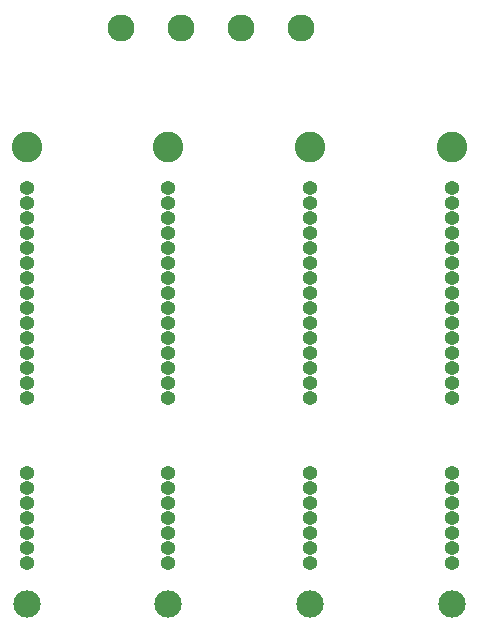
<source format=gbr>
%TF.GenerationSoftware,KiCad,Pcbnew,9.0.0-250-g02b756189b*%
%TF.CreationDate,2025-03-19T23:20:47-05:00*%
%TF.ProjectId,SSDTray,53534454-7261-4792-9e6b-696361645f70,rev?*%
%TF.SameCoordinates,Original*%
%TF.FileFunction,Soldermask,Top*%
%TF.FilePolarity,Negative*%
%FSLAX46Y46*%
G04 Gerber Fmt 4.6, Leading zero omitted, Abs format (unit mm)*
G04 Created by KiCad (PCBNEW 9.0.0-250-g02b756189b) date 2025-03-19 23:20:47*
%MOMM*%
%LPD*%
G01*
G04 APERTURE LIST*
%ADD10C,2.311400*%
%ADD11C,2.590800*%
%ADD12O,1.270000X1.168400*%
%ADD13C,2.286000*%
G04 APERTURE END LIST*
D10*
%TO.C,J2*%
X46000000Y-155289998D03*
D11*
X46000000Y-116560002D03*
D12*
X46000000Y-137830000D03*
X46000000Y-136560000D03*
X46000000Y-135290000D03*
X46000000Y-134020000D03*
X46000000Y-132750000D03*
X46000000Y-131480000D03*
X46000000Y-130210000D03*
X46000000Y-128940000D03*
X46000000Y-127670000D03*
X46000000Y-126400000D03*
X46000000Y-125130000D03*
X46000000Y-123860000D03*
X46000000Y-122590000D03*
X46000000Y-121320000D03*
X46000000Y-120050000D03*
X46000000Y-151800000D03*
X46000000Y-150530000D03*
X46000000Y-149260000D03*
X46000000Y-147990000D03*
X46000000Y-146720000D03*
X46000000Y-145450000D03*
X46000000Y-144180000D03*
%TD*%
D10*
%TO.C,J3*%
X58000000Y-155289998D03*
D11*
X58000000Y-116560002D03*
D12*
X58000000Y-137830000D03*
X58000000Y-136560000D03*
X58000000Y-135290000D03*
X58000000Y-134020000D03*
X58000000Y-132750000D03*
X58000000Y-131480000D03*
X58000000Y-130210000D03*
X58000000Y-128940000D03*
X58000000Y-127670000D03*
X58000000Y-126400000D03*
X58000000Y-125130000D03*
X58000000Y-123860000D03*
X58000000Y-122590000D03*
X58000000Y-121320000D03*
X58000000Y-120050000D03*
X58000000Y-151800000D03*
X58000000Y-150530000D03*
X58000000Y-149260000D03*
X58000000Y-147990000D03*
X58000000Y-146720000D03*
X58000000Y-145450000D03*
X58000000Y-144180000D03*
%TD*%
D10*
%TO.C,J4*%
X70000000Y-155289998D03*
D11*
X70000000Y-116560002D03*
D12*
X70000000Y-137830000D03*
X70000000Y-136560000D03*
X70000000Y-135290000D03*
X70000000Y-134020000D03*
X70000000Y-132750000D03*
X70000000Y-131480000D03*
X70000000Y-130210000D03*
X70000000Y-128940000D03*
X70000000Y-127670000D03*
X70000000Y-126400000D03*
X70000000Y-125130000D03*
X70000000Y-123860000D03*
X70000000Y-122590000D03*
X70000000Y-121320000D03*
X70000000Y-120050000D03*
X70000000Y-151800000D03*
X70000000Y-150530000D03*
X70000000Y-149260000D03*
X70000000Y-147990000D03*
X70000000Y-146720000D03*
X70000000Y-145450000D03*
X70000000Y-144180000D03*
%TD*%
D10*
%TO.C,J1*%
X34000000Y-155289998D03*
D11*
X34000000Y-116560002D03*
D12*
X34000000Y-137830000D03*
X34000000Y-136560000D03*
X34000000Y-135290000D03*
X34000000Y-134020000D03*
X34000000Y-132750000D03*
X34000000Y-131480000D03*
X34000000Y-130210000D03*
X34000000Y-128940000D03*
X34000000Y-127670000D03*
X34000000Y-126400000D03*
X34000000Y-125130000D03*
X34000000Y-123860000D03*
X34000000Y-122590000D03*
X34000000Y-121320000D03*
X34000000Y-120050000D03*
X34000000Y-151800000D03*
X34000000Y-150530000D03*
X34000000Y-149260000D03*
X34000000Y-147990000D03*
X34000000Y-146720000D03*
X34000000Y-145450000D03*
X34000000Y-144180000D03*
%TD*%
D13*
%TO.C,U1*%
X57240000Y-106500000D03*
X52160000Y-106500000D03*
X47080000Y-106500000D03*
X42000000Y-106500000D03*
%TD*%
M02*

</source>
